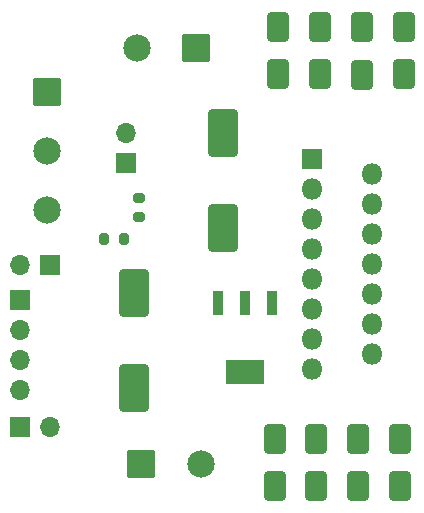
<source format=gbr>
%TF.GenerationSoftware,KiCad,Pcbnew,7.0.7*%
%TF.CreationDate,2024-07-20T22:06:26+09:00*%
%TF.ProjectId,l298n_copy,6c323938-6e5f-4636-9f70-792e6b696361,rev?*%
%TF.SameCoordinates,Original*%
%TF.FileFunction,Soldermask,Top*%
%TF.FilePolarity,Negative*%
%FSLAX46Y46*%
G04 Gerber Fmt 4.6, Leading zero omitted, Abs format (unit mm)*
G04 Created by KiCad (PCBNEW 7.0.7) date 2024-07-20 22:06:27*
%MOMM*%
%LPD*%
G01*
G04 APERTURE LIST*
G04 Aperture macros list*
%AMRoundRect*
0 Rectangle with rounded corners*
0 $1 Rounding radius*
0 $2 $3 $4 $5 $6 $7 $8 $9 X,Y pos of 4 corners*
0 Add a 4 corners polygon primitive as box body*
4,1,4,$2,$3,$4,$5,$6,$7,$8,$9,$2,$3,0*
0 Add four circle primitives for the rounded corners*
1,1,$1+$1,$2,$3*
1,1,$1+$1,$4,$5*
1,1,$1+$1,$6,$7*
1,1,$1+$1,$8,$9*
0 Add four rect primitives between the rounded corners*
20,1,$1+$1,$2,$3,$4,$5,0*
20,1,$1+$1,$4,$5,$6,$7,0*
20,1,$1+$1,$6,$7,$8,$9,0*
20,1,$1+$1,$8,$9,$2,$3,0*%
G04 Aperture macros list end*
%ADD10RoundRect,0.102000X-1.050000X-1.050000X1.050000X-1.050000X1.050000X1.050000X-1.050000X1.050000X0*%
%ADD11C,2.304000*%
%ADD12RoundRect,0.250000X-0.650000X1.000000X-0.650000X-1.000000X0.650000X-1.000000X0.650000X1.000000X0*%
%ADD13RoundRect,0.250000X-1.000000X1.750000X-1.000000X-1.750000X1.000000X-1.750000X1.000000X1.750000X0*%
%ADD14O,1.700000X1.700000*%
%ADD15R,1.700000X1.700000*%
%ADD16RoundRect,0.102000X1.050000X1.050000X-1.050000X1.050000X-1.050000X-1.050000X1.050000X-1.050000X0*%
%ADD17RoundRect,0.200000X-0.200000X-0.275000X0.200000X-0.275000X0.200000X0.275000X-0.200000X0.275000X0*%
%ADD18RoundRect,0.200000X0.275000X-0.200000X0.275000X0.200000X-0.275000X0.200000X-0.275000X-0.200000X0*%
%ADD19R,0.950000X2.150000*%
%ADD20R,3.250000X2.150000*%
%ADD21RoundRect,0.102000X-1.050000X1.050000X-1.050000X-1.050000X1.050000X-1.050000X1.050000X1.050000X0*%
%ADD22R,1.800000X1.800000*%
%ADD23O,1.800000X1.800000*%
G04 APERTURE END LIST*
D10*
%TO.C,J2*%
X82930000Y-109560000D03*
D11*
X87930000Y-109560000D03*
%TD*%
D12*
%TO.C,D4*%
X105120000Y-72510000D03*
X105120000Y-76510000D03*
%TD*%
%TO.C,D2*%
X98060000Y-72530000D03*
X98060000Y-76530000D03*
%TD*%
D13*
%TO.C,C2*%
X89860000Y-81537500D03*
X89860000Y-89537500D03*
%TD*%
D14*
%TO.C,J6*%
X72660000Y-92670000D03*
D15*
X75200000Y-92670000D03*
%TD*%
%TO.C,J4*%
X81640000Y-84035000D03*
D14*
X81640000Y-81495000D03*
%TD*%
D16*
%TO.C,J1*%
X87560000Y-74327500D03*
D11*
X82560000Y-74327500D03*
%TD*%
D12*
%TO.C,D1*%
X101580000Y-72550000D03*
X101580000Y-76550000D03*
%TD*%
D15*
%TO.C,J7*%
X72660000Y-95610000D03*
D14*
X72660000Y-98150000D03*
X72660000Y-100690000D03*
X72660000Y-103230000D03*
%TD*%
D17*
%TO.C,D9*%
X79795000Y-90480000D03*
X81445000Y-90480000D03*
%TD*%
D18*
%TO.C,R1*%
X82700000Y-88645000D03*
X82700000Y-86995000D03*
%TD*%
D12*
%TO.C,D3*%
X94520000Y-72520000D03*
X94520000Y-76520000D03*
%TD*%
%TO.C,D7*%
X97720000Y-107390000D03*
X97720000Y-111390000D03*
%TD*%
D13*
%TO.C,C1*%
X82260000Y-95067500D03*
X82260000Y-103067500D03*
%TD*%
D15*
%TO.C,J5*%
X72660000Y-106410000D03*
D14*
X75200000Y-106410000D03*
%TD*%
D19*
%TO.C,U2*%
X93975000Y-95900000D03*
X91675000Y-95900000D03*
X89375000Y-95900000D03*
D20*
X91675000Y-101700000D03*
%TD*%
D12*
%TO.C,D6*%
X94200000Y-107382500D03*
X94200000Y-111382500D03*
%TD*%
D21*
%TO.C,J3*%
X74920000Y-78040000D03*
D11*
X74920000Y-83040000D03*
X74920000Y-88040000D03*
%TD*%
D12*
%TO.C,D5*%
X104850000Y-107380000D03*
X104850000Y-111380000D03*
%TD*%
%TO.C,D8*%
X101300000Y-107382500D03*
X101300000Y-111382500D03*
%TD*%
D22*
%TO.C,U1*%
X97390000Y-83710000D03*
D23*
X102470000Y-84980000D03*
X97390000Y-86250000D03*
X102470000Y-87520000D03*
X97390000Y-88790000D03*
X102470000Y-90060000D03*
X97390000Y-91330000D03*
X102470000Y-92600000D03*
X97390000Y-93870000D03*
X102470000Y-95140000D03*
X97390000Y-96410000D03*
X102470000Y-97680000D03*
X97390000Y-98950000D03*
X102470000Y-100220000D03*
X97390000Y-101490000D03*
%TD*%
M02*

</source>
